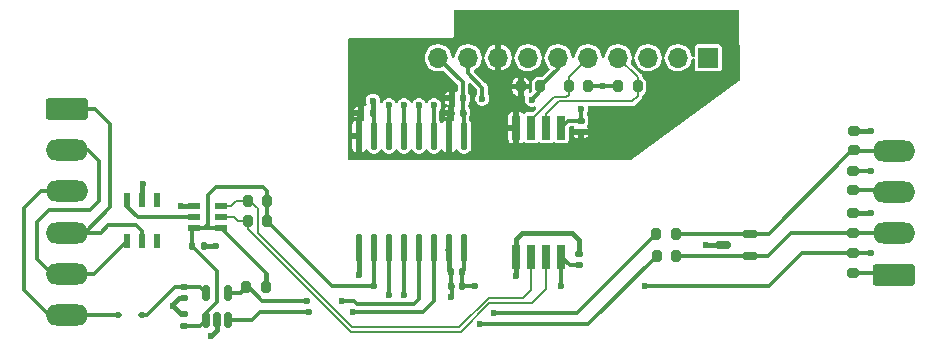
<source format=gtl>
%TF.GenerationSoftware,KiCad,Pcbnew,9.0.3*%
%TF.CreationDate,2025-12-31T10:25:08+01:00*%
%TF.ProjectId,REG1-App-OneWire,52454731-2d41-4707-902d-4f6e65576972,V01.10*%
%TF.SameCoordinates,Original*%
%TF.FileFunction,Copper,L1,Top*%
%TF.FilePolarity,Positive*%
%FSLAX46Y46*%
G04 Gerber Fmt 4.6, Leading zero omitted, Abs format (unit mm)*
G04 Created by KiCad (PCBNEW 9.0.3) date 2025-12-31 10:25:08*
%MOMM*%
%LPD*%
G01*
G04 APERTURE LIST*
G04 Aperture macros list*
%AMRoundRect*
0 Rectangle with rounded corners*
0 $1 Rounding radius*
0 $2 $3 $4 $5 $6 $7 $8 $9 X,Y pos of 4 corners*
0 Add a 4 corners polygon primitive as box body*
4,1,4,$2,$3,$4,$5,$6,$7,$8,$9,$2,$3,0*
0 Add four circle primitives for the rounded corners*
1,1,$1+$1,$2,$3*
1,1,$1+$1,$4,$5*
1,1,$1+$1,$6,$7*
1,1,$1+$1,$8,$9*
0 Add four rect primitives between the rounded corners*
20,1,$1+$1,$2,$3,$4,$5,0*
20,1,$1+$1,$4,$5,$6,$7,0*
20,1,$1+$1,$6,$7,$8,$9,0*
20,1,$1+$1,$8,$9,$2,$3,0*%
G04 Aperture macros list end*
%TA.AperFunction,SMDPad,CuDef*%
%ADD10RoundRect,0.140000X-0.140000X-0.170000X0.140000X-0.170000X0.140000X0.170000X-0.140000X0.170000X0*%
%TD*%
%TA.AperFunction,SMDPad,CuDef*%
%ADD11R,0.609600X1.200000*%
%TD*%
%TA.AperFunction,SMDPad,CuDef*%
%ADD12RoundRect,0.200000X-0.275000X0.200000X-0.275000X-0.200000X0.275000X-0.200000X0.275000X0.200000X0*%
%TD*%
%TA.AperFunction,SMDPad,CuDef*%
%ADD13RoundRect,0.200000X0.200000X0.275000X-0.200000X0.275000X-0.200000X-0.275000X0.200000X-0.275000X0*%
%TD*%
%TA.AperFunction,SMDPad,CuDef*%
%ADD14RoundRect,0.140000X0.140000X0.170000X-0.140000X0.170000X-0.140000X-0.170000X0.140000X-0.170000X0*%
%TD*%
%TA.AperFunction,ComponentPad*%
%ADD15RoundRect,0.250000X-1.550000X0.650000X-1.550000X-0.650000X1.550000X-0.650000X1.550000X0.650000X0*%
%TD*%
%TA.AperFunction,ComponentPad*%
%ADD16O,3.600000X1.800000*%
%TD*%
%TA.AperFunction,SMDPad,CuDef*%
%ADD17RoundRect,0.200000X-0.200000X-0.275000X0.200000X-0.275000X0.200000X0.275000X-0.200000X0.275000X0*%
%TD*%
%TA.AperFunction,ComponentPad*%
%ADD18RoundRect,0.250000X1.550000X-0.650000X1.550000X0.650000X-1.550000X0.650000X-1.550000X-0.650000X0*%
%TD*%
%TA.AperFunction,SMDPad,CuDef*%
%ADD19RoundRect,0.140000X-0.170000X0.140000X-0.170000X-0.140000X0.170000X-0.140000X0.170000X0.140000X0*%
%TD*%
%TA.AperFunction,SMDPad,CuDef*%
%ADD20RoundRect,0.112500X-0.187500X-0.112500X0.187500X-0.112500X0.187500X0.112500X-0.187500X0.112500X0*%
%TD*%
%TA.AperFunction,SMDPad,CuDef*%
%ADD21RoundRect,0.150000X0.512500X0.150000X-0.512500X0.150000X-0.512500X-0.150000X0.512500X-0.150000X0*%
%TD*%
%TA.AperFunction,SMDPad,CuDef*%
%ADD22R,1.072000X0.532000*%
%TD*%
%TA.AperFunction,SMDPad,CuDef*%
%ADD23RoundRect,0.140000X0.170000X-0.140000X0.170000X0.140000X-0.170000X0.140000X-0.170000X-0.140000X0*%
%TD*%
%TA.AperFunction,SMDPad,CuDef*%
%ADD24RoundRect,0.150000X0.150000X-0.512500X0.150000X0.512500X-0.150000X0.512500X-0.150000X-0.512500X0*%
%TD*%
%TA.AperFunction,SMDPad,CuDef*%
%ADD25O,0.574000X2.400500*%
%TD*%
%TA.AperFunction,SMDPad,CuDef*%
%ADD26R,0.700000X2.000000*%
%TD*%
%TA.AperFunction,ComponentPad*%
%ADD27R,1.700000X1.700000*%
%TD*%
%TA.AperFunction,ComponentPad*%
%ADD28O,1.700000X1.700000*%
%TD*%
%TA.AperFunction,ViaPad*%
%ADD29C,0.600000*%
%TD*%
%TA.AperFunction,Conductor*%
%ADD30C,0.300000*%
%TD*%
%TA.AperFunction,Conductor*%
%ADD31C,0.200000*%
%TD*%
%TA.AperFunction,Conductor*%
%ADD32C,0.400000*%
%TD*%
%TA.AperFunction,Conductor*%
%ADD33C,0.160000*%
%TD*%
G04 APERTURE END LIST*
D10*
%TO.P,C7,1*%
%TO.N,GND_ISO*%
X108950000Y-113600000D03*
%TO.P,C7,2*%
%TO.N,VCC2_ISO*%
X109910000Y-113600000D03*
%TD*%
D11*
%TO.P,D1,1,P$1*%
%TO.N,/OneWire/1WIRE_DATA*%
X81580000Y-109800300D03*
%TO.P,D1,2,P$2*%
%TO.N,/OneWire/1WIRE_GND*%
X82850000Y-109800300D03*
%TO.P,D1,3,NC*%
%TO.N,unconnected-(D1-NC-Pad3)*%
X84120000Y-109800300D03*
%TO.P,D1,4,NC*%
%TO.N,unconnected-(D1-NC-Pad4)*%
X84120000Y-106345900D03*
%TO.P,D1,5,P$3*%
%TO.N,GND_ISO*%
X82850000Y-106345900D03*
%TO.P,D1,6,P$4*%
%TO.N,Net-(D1-P$4)*%
X81580000Y-106345900D03*
%TD*%
D12*
%TO.P,R4,1*%
%TO.N,GND_ISO*%
X143070000Y-100490000D03*
%TO.P,R4,2*%
%TO.N,/OneWire/BI2_ISO*%
X143070000Y-102140000D03*
%TD*%
D13*
%TO.P,R10,1*%
%TO.N,/OneWire/BI1_ISO*%
X128040000Y-111070000D03*
%TO.P,R10,2*%
%TO.N,Net-(U4-VI4)*%
X126390000Y-111070000D03*
%TD*%
D14*
%TO.P,C4,1*%
%TO.N,/OneWire/VCC2*%
X109980000Y-98940000D03*
%TO.P,C4,2*%
%TO.N,/OneWire/GND*%
X109020000Y-98940000D03*
%TD*%
D13*
%TO.P,R5,1*%
%TO.N,VCC2_ISO*%
X93415000Y-108120000D03*
%TO.P,R5,2*%
%TO.N,Net-(U3-SDA)*%
X91765000Y-108120000D03*
%TD*%
D14*
%TO.P,C1,1*%
%TO.N,GND_ISO*%
X88031800Y-110270000D03*
%TO.P,C1,2*%
%TO.N,VCC2_ISO*%
X87071800Y-110270000D03*
%TD*%
%TO.P,C5,1*%
%TO.N,/OneWire/VCC2*%
X110000000Y-97730000D03*
%TO.P,C5,2*%
%TO.N,/OneWire/GND*%
X109040000Y-97730000D03*
%TD*%
%TO.P,C10,1*%
%TO.N,/OneWire/VCC2*%
X102350000Y-98940000D03*
%TO.P,C10,2*%
%TO.N,/OneWire/GND*%
X101390000Y-98940000D03*
%TD*%
D13*
%TO.P,R9,1*%
%TO.N,/OneWire/BI2_ISO*%
X128015000Y-109190000D03*
%TO.P,R9,2*%
%TO.N,Net-(U4-VI3)*%
X126365000Y-109190000D03*
%TD*%
D15*
%TO.P,J10,1,Pin_1*%
%TO.N,/OneWire/1WIRE_GND*%
X76500000Y-98600000D03*
D16*
%TO.P,J10,2,Pin_2*%
%TO.N,/OneWire/1WIRE_DATA*%
X76500000Y-102100000D03*
%TO.P,J10,3,Pin_3*%
%TO.N,/OneWire/1WIRE_VDD*%
X76500000Y-105600000D03*
%TO.P,J10,4,Pin_4*%
%TO.N,/OneWire/1WIRE_GND*%
X76500000Y-109100000D03*
%TO.P,J10,5,Pin_5*%
%TO.N,/OneWire/1WIRE_DATA*%
X76500000Y-112600000D03*
%TO.P,J10,6,Pin_6*%
%TO.N,/OneWire/1WIRE_VDD*%
X76500000Y-116100000D03*
%TD*%
D13*
%TO.P,R6,1*%
%TO.N,VCC2_ISO*%
X93415000Y-106400000D03*
%TO.P,R6,2*%
%TO.N,Net-(U3-SCL)*%
X91765000Y-106400000D03*
%TD*%
D12*
%TO.P,R7,1*%
%TO.N,VCC2_ISO*%
X143060000Y-103850000D03*
%TO.P,R7,2*%
%TO.N,Net-(J2-Pin_3)*%
X143060000Y-105500000D03*
%TD*%
D13*
%TO.P,R1,1*%
%TO.N,/OneWire/1WIRE_ENABLE_5V*%
X116540000Y-96730000D03*
%TO.P,R1,2*%
%TO.N,/OneWire/GND*%
X114890000Y-96730000D03*
%TD*%
D17*
%TO.P,R12,2*%
%TO.N,/OneWire/I2C1_SDA*%
X124795000Y-96730000D03*
%TO.P,R12,1*%
%TO.N,/OneWire/3V3*%
X123145000Y-96730000D03*
%TD*%
D18*
%TO.P,J2,1,Pin_1*%
%TO.N,Net-(J2-Pin_1)*%
X146500000Y-112660000D03*
D16*
%TO.P,J2,2,Pin_2*%
%TO.N,/OneWire/BI1_ISO*%
X146500000Y-109160000D03*
%TO.P,J2,3,Pin_3*%
%TO.N,Net-(J2-Pin_3)*%
X146500000Y-105660000D03*
%TO.P,J2,4,Pin_4*%
%TO.N,/OneWire/BI2_ISO*%
X146500000Y-102160000D03*
%TD*%
D19*
%TO.P,C3,1*%
%TO.N,Net-(D2-A)*%
X86370000Y-113710000D03*
%TO.P,C3,2*%
%TO.N,GND_ISO*%
X86370000Y-114670000D03*
%TD*%
D20*
%TO.P,D2,1,K*%
%TO.N,/OneWire/1WIRE_VDD*%
X80752500Y-116110000D03*
%TO.P,D2,2,A*%
%TO.N,Net-(D2-A)*%
X82852500Y-116110000D03*
%TD*%
D21*
%TO.P,D4,1,K*%
%TO.N,/OneWire/BI1_ISO*%
X134290000Y-111080000D03*
%TO.P,D4,2,K*%
%TO.N,/OneWire/BI2_ISO*%
X134290000Y-109180000D03*
%TO.P,D4,3,A*%
%TO.N,GND_ISO*%
X132015000Y-110130000D03*
%TD*%
D13*
%TO.P,R11,2*%
%TO.N,/OneWire/I2C1_SCL*%
X118950000Y-96730000D03*
%TO.P,R11,1*%
%TO.N,/OneWire/3V3*%
X120600000Y-96730000D03*
%TD*%
D22*
%TO.P,U3,1,SLPZ*%
%TO.N,VCC2_ISO*%
X89550000Y-108750000D03*
%TO.P,U3,2,SDA*%
%TO.N,Net-(U3-SDA)*%
X89550000Y-107800000D03*
%TO.P,U3,3,SCL*%
%TO.N,Net-(U3-SCL)*%
X89550000Y-106850000D03*
%TO.P,U3,4,GND*%
%TO.N,GND_ISO*%
X87251800Y-106850000D03*
%TO.P,U3,5,IO*%
%TO.N,Net-(D1-P$4)*%
X87251800Y-107800000D03*
%TO.P,U3,6,VCC*%
%TO.N,VCC2_ISO*%
X87251800Y-108750000D03*
%TD*%
D23*
%TO.P,C2,1*%
%TO.N,VCC2_ISO*%
X86360000Y-116975000D03*
%TO.P,C2,2*%
%TO.N,GND_ISO*%
X86360000Y-116015000D03*
%TD*%
D24*
%TO.P,U2,1,VIN*%
%TO.N,VCC2_ISO*%
X88230000Y-116465000D03*
%TO.P,U2,2,GND*%
%TO.N,GND_ISO*%
X89180000Y-116465000D03*
%TO.P,U2,3,EN*%
%TO.N,MIC2090_EN*%
X90130000Y-116465000D03*
%TO.P,U2,4,FAULT*%
%TO.N,MIC2090_FAULT*%
X90130000Y-114190000D03*
%TO.P,U2,5,VOUT*%
%TO.N,Net-(D2-A)*%
X88230000Y-114190000D03*
%TD*%
D23*
%TO.P,C9,1*%
%TO.N,VCC2_ISO*%
X119860000Y-111880000D03*
%TO.P,C9,2*%
%TO.N,GND_ISO*%
X119860000Y-110920000D03*
%TD*%
D17*
%TO.P,R3,1*%
%TO.N,MIC2090_FAULT*%
X91665000Y-113740000D03*
%TO.P,R3,2*%
%TO.N,VCC2_ISO*%
X93315000Y-113740000D03*
%TD*%
D12*
%TO.P,R2,1*%
%TO.N,GND_ISO*%
X143060000Y-107470000D03*
%TO.P,R2,2*%
%TO.N,/OneWire/BI1_ISO*%
X143060000Y-109120000D03*
%TD*%
D25*
%TO.P,U4,1,VD*%
%TO.N,/OneWire/VCC2*%
X110089900Y-100929400D03*
%TO.P,U4,2,GNDA*%
%TO.N,/OneWire/GND*%
X108819900Y-100929400D03*
%TO.P,U4,3,VI1*%
%TO.N,/OneWire/1WIRE_ENABLE_5V*%
X107549900Y-100929400D03*
%TO.P,U4,4,VO2*%
%TO.N,/OneWire/1WIRE_FAULT*%
X106279900Y-100929400D03*
%TO.P,U4,5,VO3*%
%TO.N,/OneWire/BI1*%
X105009900Y-100929400D03*
%TO.P,U4,6,VO4*%
%TO.N,/OneWire/BI2*%
X103739900Y-100929400D03*
%TO.P,U4,7,VDDL*%
%TO.N,/OneWire/VCC2*%
X102469900Y-100929400D03*
%TO.P,U4,8,GNDA*%
%TO.N,/OneWire/GND*%
X101199900Y-100929400D03*
%TO.P,U4,9,GNDB*%
%TO.N,GND_ISO*%
X101199900Y-110430100D03*
%TO.P,U4,10,SEL*%
%TO.N,VCC2_ISO*%
X102469900Y-110430100D03*
%TO.P,U4,11,VI4*%
%TO.N,Net-(U4-VI4)*%
X103739900Y-110430100D03*
%TO.P,U4,12,VI3*%
%TO.N,Net-(U4-VI3)*%
X105009900Y-110430100D03*
%TO.P,U4,13,VI2*%
%TO.N,MIC2090_FAULT*%
X106279900Y-110430100D03*
%TO.P,U4,14,VO1*%
%TO.N,MIC2090_EN*%
X107549900Y-110430100D03*
%TO.P,U4,15,GNDB*%
%TO.N,GND_ISO*%
X108819900Y-110430100D03*
%TO.P,U4,16,VISO*%
%TO.N,VCC2_ISO*%
X110089900Y-110430100D03*
%TD*%
D10*
%TO.P,C6,1*%
%TO.N,GND_ISO*%
X108960000Y-112450000D03*
%TO.P,C6,2*%
%TO.N,VCC2_ISO*%
X109920000Y-112450000D03*
%TD*%
D19*
%TO.P,C8,1*%
%TO.N,/OneWire/3V3*%
X119980000Y-99620000D03*
%TO.P,C8,2*%
%TO.N,/OneWire/GND*%
X119980000Y-100580000D03*
%TD*%
D26*
%TO.P,U5,1,VDDA*%
%TO.N,/OneWire/3V3*%
X118310000Y-100229600D03*
%TO.P,U5,2,SDAA*%
%TO.N,/OneWire/I2C1_SDA*%
X117040000Y-100229600D03*
%TO.P,U5,3,SCLA*%
%TO.N,/OneWire/I2C1_SCL*%
X115770000Y-100229600D03*
%TO.P,U5,4,GNDA*%
%TO.N,/OneWire/GND*%
X114500000Y-100229600D03*
%TO.P,U5,5,GNDB*%
%TO.N,GND_ISO*%
X114500000Y-111129800D03*
%TO.P,U5,6,SCLB*%
%TO.N,Net-(U3-SCL)*%
X115770000Y-111129800D03*
%TO.P,U5,7,SDAB*%
%TO.N,Net-(U3-SDA)*%
X117040000Y-111129800D03*
%TO.P,U5,8,VDDB*%
%TO.N,VCC2_ISO*%
X118310000Y-111129800D03*
%TD*%
D12*
%TO.P,R8,1*%
%TO.N,VCC2_ISO*%
X143060000Y-110850000D03*
%TO.P,R8,2*%
%TO.N,Net-(J2-Pin_1)*%
X143060000Y-112500000D03*
%TD*%
D27*
%TO.P,J1,1,GP16*%
%TO.N,unconnected-(J1-GP16-Pad1)*%
X130760000Y-94300000D03*
D28*
%TO.P,J1,2,GP17*%
%TO.N,/OneWire/BI2*%
X128220000Y-94300000D03*
%TO.P,J1,3,GP18*%
%TO.N,/OneWire/BI1*%
X125680000Y-94300000D03*
%TO.P,J1,4,GP26*%
%TO.N,/OneWire/I2C1_SDA*%
X123140000Y-94300000D03*
%TO.P,J1,5,GP27*%
%TO.N,/OneWire/I2C1_SCL*%
X120600000Y-94300000D03*
%TO.P,J1,6,GP28*%
%TO.N,/OneWire/1WIRE_ENABLE_5V*%
X118060000Y-94300000D03*
%TO.P,J1,7,GP29*%
%TO.N,/OneWire/1WIRE_FAULT*%
X115520000Y-94300000D03*
%TO.P,J1,8,GND*%
%TO.N,/OneWire/GND*%
X112980000Y-94300000D03*
%TO.P,J1,9,3V3*%
%TO.N,/OneWire/3V3*%
X110440000Y-94300000D03*
%TO.P,J1,10,VCC2*%
%TO.N,/OneWire/VCC2*%
X107900000Y-94300000D03*
%TD*%
D29*
%TO.N,/OneWire/3V3*%
X111630000Y-97760000D03*
%TO.N,/OneWire/1WIRE_ENABLE_5V*%
X115830000Y-97850000D03*
%TO.N,/OneWire/VCC2*%
X102380000Y-97940000D03*
%TO.N,GND_ISO*%
X85475000Y-115335000D03*
X82870000Y-105000000D03*
X101210000Y-112670000D03*
X144560000Y-100500000D03*
X86150000Y-106850000D03*
X114510000Y-112760000D03*
X89050000Y-110270000D03*
X144560000Y-107460000D03*
X109020000Y-114580000D03*
X88680000Y-117870000D03*
X130590000Y-110120000D03*
%TO.N,VCC2_ISO*%
X110980000Y-113620000D03*
X144560000Y-103850000D03*
X125430000Y-113600000D03*
X102480000Y-113620000D03*
X144560000Y-110850000D03*
X118330000Y-113600000D03*
%TO.N,MIC2090_FAULT*%
X96760000Y-114860000D03*
X99760000Y-114860000D03*
%TO.N,/OneWire/1WIRE_FAULT*%
X106270000Y-98340000D03*
%TO.N,/OneWire/1WIRE_ENABLE_5V*%
X107549900Y-98340000D03*
%TO.N,/OneWire/3V3*%
X121880000Y-96680000D03*
X119990000Y-98660000D03*
%TO.N,MIC2090_EN*%
X96990000Y-115800000D03*
X100660000Y-115800000D03*
%TO.N,/OneWire/BI2*%
X103739900Y-98340000D03*
%TO.N,/OneWire/BI1*%
X105009900Y-98340000D03*
%TO.N,Net-(U4-VI3)*%
X112610000Y-115940000D03*
X105009900Y-114360000D03*
%TO.N,Net-(U4-VI4)*%
X103750000Y-114360000D03*
X111460000Y-116870000D03*
%TD*%
D30*
%TO.N,/OneWire/1WIRE_ENABLE_5V*%
X116540000Y-96730000D02*
X116540000Y-97140000D01*
X116540000Y-97140000D02*
X115830000Y-97850000D01*
X116540000Y-96730000D02*
X118060000Y-95210000D01*
X118060000Y-95210000D02*
X118060000Y-94300000D01*
%TO.N,/OneWire/3V3*%
X119990000Y-98660000D02*
X119990000Y-99610000D01*
X119990000Y-99610000D02*
X119980000Y-99620000D01*
D31*
%TO.N,/OneWire/I2C1_SCL*%
X120600000Y-94300000D02*
X118950000Y-95950000D01*
X118950000Y-95950000D02*
X118950000Y-96730000D01*
%TO.N,/OneWire/I2C1_SDA*%
X123140000Y-94300000D02*
X124795000Y-95955000D01*
X124795000Y-95955000D02*
X124795000Y-96730000D01*
X124795000Y-96730000D02*
X124795000Y-96135000D01*
X124795000Y-96730000D02*
X124795000Y-97495000D01*
X124795000Y-97495000D02*
X124320000Y-97970000D01*
X124320000Y-97970000D02*
X118170000Y-97970000D01*
X118170000Y-97970000D02*
X117040000Y-99100000D01*
X117040000Y-99100000D02*
X117040000Y-100229600D01*
D30*
%TO.N,/OneWire/3V3*%
X121880000Y-96680000D02*
X123095000Y-96680000D01*
X123095000Y-96680000D02*
X123145000Y-96730000D01*
X121880000Y-96680000D02*
X120650000Y-96680000D01*
X120650000Y-96680000D02*
X120600000Y-96730000D01*
X111630000Y-97760000D02*
X111630000Y-96820000D01*
X111630000Y-96820000D02*
X110440000Y-95630000D01*
X110440000Y-95630000D02*
X110440000Y-94300000D01*
D31*
X122940000Y-96730000D02*
X123145000Y-96730000D01*
D30*
X123135000Y-96740000D02*
X123145000Y-96730000D01*
D32*
%TO.N,/OneWire/VCC2*%
X102390000Y-97950000D02*
X102380000Y-97940000D01*
D30*
X110089900Y-100929400D02*
X110089900Y-99029900D01*
X110089900Y-99029900D02*
X110000000Y-98940000D01*
X102469900Y-99059900D02*
X102350000Y-98940000D01*
X109990000Y-96390000D02*
X109990000Y-96780000D01*
X110000000Y-98940000D02*
X110000000Y-97730000D01*
X109990000Y-97720000D02*
X110000000Y-97730000D01*
X107900000Y-94300000D02*
X109990000Y-96390000D01*
X109990000Y-96780000D02*
X109990000Y-97720000D01*
X110130000Y-98940000D02*
X110130000Y-99030000D01*
X110089900Y-99049900D02*
X109980000Y-98940000D01*
X102469900Y-100929400D02*
X102469900Y-99059900D01*
D32*
X102390000Y-98940000D02*
X102390000Y-97950000D01*
D30*
%TO.N,/OneWire/1WIRE_GND*%
X79320000Y-109100000D02*
X76500000Y-109100000D01*
X80100000Y-106960000D02*
X80100000Y-99870000D01*
X78830000Y-98600000D02*
X76500000Y-98600000D01*
X79940000Y-108480000D02*
X79320000Y-109100000D01*
X82850000Y-109000000D02*
X82330000Y-108480000D01*
X77960000Y-109100000D02*
X80100000Y-106960000D01*
X80100000Y-99870000D02*
X78830000Y-98600000D01*
X76500000Y-109100000D02*
X77960000Y-109100000D01*
X82850000Y-109800300D02*
X82850000Y-109000000D01*
X82850000Y-109800300D02*
X82850000Y-110095500D01*
X82330000Y-108480000D02*
X79940000Y-108480000D01*
%TO.N,/OneWire/1WIRE_VDD*%
X74950000Y-116100000D02*
X72840000Y-113990000D01*
X76500000Y-116100000D02*
X74950000Y-116100000D01*
X78692500Y-116100000D02*
X78702500Y-116110000D01*
X74250000Y-105600000D02*
X76500000Y-105600000D01*
X72840000Y-113990000D02*
X72840000Y-107010000D01*
X78702500Y-116110000D02*
X80752500Y-116110000D01*
X76500000Y-116100000D02*
X78692500Y-116100000D01*
X72840000Y-107010000D02*
X74250000Y-105600000D01*
%TO.N,Net-(D1-P$4)*%
X82460000Y-107800000D02*
X81580000Y-106920000D01*
X87251800Y-107800000D02*
X82460000Y-107800000D01*
X81580000Y-106920000D02*
X81580000Y-106345900D01*
D32*
%TO.N,GND_ISO*%
X101199900Y-112659900D02*
X101210000Y-112670000D01*
X101199900Y-110430100D02*
X101199900Y-112659900D01*
X108819900Y-110430100D02*
X108819900Y-112309900D01*
X114980000Y-109170000D02*
X114500000Y-109650000D01*
X130600000Y-110130000D02*
X132015000Y-110130000D01*
X119260000Y-109170000D02*
X114980000Y-109170000D01*
X86155000Y-116015000D02*
X86360000Y-116015000D01*
X114500000Y-112750000D02*
X114510000Y-112760000D01*
X119810000Y-110870000D02*
X119810000Y-109720000D01*
X119810000Y-109720000D02*
X119260000Y-109170000D01*
X130590000Y-110120000D02*
X130600000Y-110130000D01*
D30*
X108960000Y-113530000D02*
X109030000Y-113600000D01*
D32*
X82850000Y-105020000D02*
X82870000Y-105000000D01*
X114500000Y-111129800D02*
X114500000Y-112750000D01*
X82850000Y-106345900D02*
X82850000Y-105020000D01*
X109020000Y-113610000D02*
X109030000Y-113600000D01*
X119860000Y-110920000D02*
X119810000Y-110870000D01*
X143060000Y-107470000D02*
X144550000Y-107470000D01*
X144560000Y-100500000D02*
X143080000Y-100500000D01*
D30*
X109040000Y-113590000D02*
X109030000Y-113600000D01*
D32*
X85475000Y-115125000D02*
X85930000Y-114670000D01*
X89180000Y-117370000D02*
X88680000Y-117870000D01*
X108819900Y-112309900D02*
X108960000Y-112450000D01*
X86150000Y-106850000D02*
X87251800Y-106850000D01*
X88031800Y-110270000D02*
X89050000Y-110270000D01*
X85475000Y-115335000D02*
X85475000Y-115125000D01*
X85930000Y-114670000D02*
X86370000Y-114670000D01*
X85475000Y-115335000D02*
X86155000Y-116015000D01*
D30*
X144550000Y-107470000D02*
X144560000Y-107460000D01*
X109030000Y-114570000D02*
X109020000Y-114580000D01*
D32*
X114500000Y-109650000D02*
X114500000Y-111129800D01*
X89180000Y-116465000D02*
X89180000Y-117370000D01*
D30*
X108680000Y-110570000D02*
X108820000Y-110430000D01*
X108960000Y-112450000D02*
X108960000Y-113530000D01*
X109030000Y-113600000D02*
X109030000Y-114570000D01*
%TO.N,VCC2_ISO*%
X110980000Y-113620000D02*
X110010000Y-113620000D01*
X109920000Y-112450000D02*
X109920000Y-113590000D01*
X138690000Y-110850000D02*
X143060000Y-110850000D01*
X87251800Y-108750000D02*
X88087800Y-108750000D01*
X102480000Y-113620000D02*
X98915000Y-113620000D01*
X110089900Y-110430100D02*
X110089900Y-112280100D01*
X110089900Y-112280100D02*
X109920000Y-112450000D01*
X89050000Y-105220000D02*
X93070000Y-105220000D01*
X89180000Y-114950000D02*
X89180000Y-112378200D01*
D32*
X102480000Y-110440200D02*
X102469900Y-110430100D01*
D30*
X87720000Y-116975000D02*
X88230000Y-116465000D01*
X118330000Y-111149800D02*
X118330000Y-113600000D01*
X93415000Y-106400000D02*
X93415000Y-108120000D01*
X109920000Y-113590000D02*
X109910000Y-113600000D01*
X87071800Y-110270000D02*
X87071800Y-108930000D01*
X119860000Y-111880000D02*
X119060200Y-111880000D01*
X88390000Y-105880000D02*
X89050000Y-105220000D01*
X93070000Y-105220000D02*
X93415000Y-105565000D01*
X89590000Y-108790000D02*
X93435000Y-112635000D01*
X125430000Y-113600000D02*
X135940000Y-113600000D01*
X88390000Y-108447800D02*
X88390000Y-106010000D01*
X88230000Y-116465000D02*
X88230000Y-115900000D01*
X93415000Y-108120000D02*
X93460000Y-108120000D01*
X118310000Y-111129800D02*
X118330000Y-111149800D01*
X102480000Y-113560000D02*
X102480000Y-112690000D01*
X93315000Y-112515000D02*
X93315000Y-113740000D01*
X93435000Y-112635000D02*
X93435000Y-113620000D01*
X93435000Y-113620000D02*
X93315000Y-113740000D01*
X144560000Y-110850000D02*
X143060000Y-110850000D01*
X93415000Y-105565000D02*
X93415000Y-106400000D01*
X119790000Y-111900000D02*
X119810000Y-111880000D01*
X143060000Y-103850000D02*
X144560000Y-103850000D01*
X87720000Y-116975000D02*
X86360000Y-116975000D01*
X88230000Y-115900000D02*
X89180000Y-114950000D01*
X110010000Y-113620000D02*
X109990000Y-113600000D01*
X89180000Y-112378200D02*
X87071800Y-110270000D01*
X102480000Y-112690000D02*
X102480000Y-110440200D01*
X86355000Y-116970000D02*
X86360000Y-116975000D01*
X88087800Y-108750000D02*
X88390000Y-108447800D01*
X110000000Y-113590000D02*
X109990000Y-113600000D01*
X89550000Y-108750000D02*
X87251800Y-108750000D01*
X119060200Y-111880000D02*
X118310000Y-111129800D01*
X135940000Y-113600000D02*
X138690000Y-110850000D01*
X98915000Y-113620000D02*
X93415000Y-108120000D01*
%TO.N,MIC2090_FAULT*%
X100739085Y-114870000D02*
X100997085Y-115128000D01*
X91215000Y-114190000D02*
X91665000Y-113740000D01*
X106279900Y-114736906D02*
X106279900Y-110430100D01*
X90130000Y-114190000D02*
X91215000Y-114190000D01*
X96760000Y-114860000D02*
X93000000Y-114860000D01*
X105888806Y-115128000D02*
X106279900Y-114736906D01*
X93000000Y-114860000D02*
X91880000Y-113740000D01*
X99760000Y-114870000D02*
X100739085Y-114870000D01*
D31*
X90210000Y-114110000D02*
X90130000Y-114190000D01*
D30*
X100997085Y-115128000D02*
X105888806Y-115128000D01*
%TO.N,Net-(D2-A)*%
X82852500Y-116110000D02*
X83240000Y-116110000D01*
X87750000Y-113710000D02*
X88230000Y-114190000D01*
X86370000Y-113710000D02*
X85640000Y-113710000D01*
X86370000Y-113710000D02*
X87750000Y-113710000D01*
X83240000Y-116110000D02*
X85640000Y-113710000D01*
%TO.N,/OneWire/1WIRE_DATA*%
X76500000Y-112600000D02*
X78780300Y-112600000D01*
X78260000Y-102100000D02*
X79180000Y-103020000D01*
X78780300Y-112600000D02*
X81580000Y-109800300D01*
X74990000Y-107190000D02*
X73940000Y-108240000D01*
X75180000Y-112600000D02*
X76500000Y-112600000D01*
X73940000Y-108240000D02*
X73940000Y-111360000D01*
X73940000Y-111360000D02*
X75180000Y-112600000D01*
X79180000Y-103020000D02*
X79180000Y-106420000D01*
X79180000Y-106420000D02*
X78410000Y-107190000D01*
X78410000Y-107190000D02*
X74990000Y-107190000D01*
X76500000Y-102100000D02*
X78260000Y-102100000D01*
%TO.N,/OneWire/1WIRE_FAULT*%
X106279900Y-100929400D02*
X106279900Y-98349900D01*
D32*
X106279900Y-98349900D02*
X106270000Y-98340000D01*
D30*
%TO.N,/OneWire/1WIRE_ENABLE_5V*%
X107549900Y-98340000D02*
X107549900Y-100929400D01*
D32*
%TO.N,/OneWire/GND*%
X119980000Y-101570000D02*
X119090000Y-102460000D01*
X119980000Y-100580000D02*
X119980000Y-101570000D01*
D30*
X109040000Y-98940000D02*
X109040000Y-97730000D01*
D33*
X109030000Y-99130000D02*
X109220000Y-98940000D01*
D32*
X115090000Y-102460000D02*
X114500000Y-101870000D01*
X114500000Y-101870000D02*
X114500000Y-100229600D01*
X119090000Y-102460000D02*
X115090000Y-102460000D01*
X101199900Y-100929400D02*
X101199900Y-99130100D01*
D30*
X108950000Y-99030000D02*
X109040000Y-98940000D01*
D32*
X108819900Y-100929400D02*
X108819900Y-99140100D01*
D30*
X109170000Y-98940000D02*
X109170000Y-99030000D01*
D32*
X101199900Y-99130100D02*
X101390000Y-98940000D01*
X108819900Y-99160100D02*
X109040000Y-98940000D01*
D30*
%TO.N,/OneWire/3V3*%
X119980000Y-99620000D02*
X118919600Y-99620000D01*
%TO.N,/OneWire/I2C1_SDA*%
X124620000Y-96730000D02*
X124620000Y-96940000D01*
%TO.N,/OneWire/3V3*%
X118919600Y-99620000D02*
X118310000Y-100229600D01*
%TO.N,MIC2090_EN*%
X107549900Y-114870100D02*
X107549900Y-110430100D01*
X92840000Y-115800000D02*
X92175000Y-116465000D01*
X96990000Y-115800000D02*
X92840000Y-115800000D01*
X106610000Y-115810000D02*
X107549900Y-114870100D01*
X100660000Y-115810000D02*
X106610000Y-115810000D01*
X92175000Y-116465000D02*
X90130000Y-116465000D01*
%TO.N,/OneWire/BI2*%
X103739900Y-98340000D02*
X103739900Y-100929400D01*
%TO.N,/OneWire/BI1*%
X105009900Y-98340000D02*
X105009900Y-100929400D01*
D33*
%TO.N,Net-(U3-SDA)*%
X89600000Y-107750000D02*
X89550000Y-107800000D01*
D31*
X100480000Y-117480000D02*
X109840000Y-117480000D01*
X112220000Y-115100000D02*
X115810000Y-115100000D01*
X90930000Y-108120000D02*
X90610000Y-107800000D01*
X91765000Y-108120000D02*
X91765000Y-108764999D01*
X109840000Y-117480000D02*
X112220000Y-115100000D01*
X117040000Y-113870000D02*
X117040000Y-111129800D01*
X115810000Y-115100000D02*
X117040000Y-113870000D01*
X90610000Y-107800000D02*
X89550000Y-107800000D01*
X91765000Y-108120000D02*
X90930000Y-108120000D01*
X91765000Y-108764999D02*
X100480000Y-117480000D01*
%TO.N,Net-(U3-SCL)*%
X92660000Y-107360000D02*
X92660000Y-107090000D01*
X115060000Y-114650000D02*
X112159468Y-114650000D01*
X92660000Y-107090000D02*
X92531000Y-106961000D01*
X100629532Y-117119000D02*
X92665266Y-109154734D01*
X92665266Y-109154734D02*
X92665266Y-107365266D01*
X89550000Y-106850000D02*
X90350000Y-106850000D01*
X92531000Y-106961000D02*
X92491000Y-106961000D01*
X90350000Y-106850000D02*
X90800000Y-106400000D01*
X112159468Y-114650000D02*
X109690468Y-117119000D01*
X109690468Y-117119000D02*
X100629532Y-117119000D01*
X92665266Y-107365266D02*
X92660000Y-107360000D01*
X115770000Y-111129800D02*
X115770000Y-113940000D01*
X90800000Y-106400000D02*
X91765000Y-106400000D01*
X115770000Y-113940000D02*
X115060000Y-114650000D01*
X92491000Y-106961000D02*
X91930000Y-106400000D01*
D30*
%TO.N,/OneWire/BI1_ISO*%
X143060000Y-109120000D02*
X137780000Y-109120000D01*
X135820000Y-111080000D02*
X134290000Y-111080000D01*
X128040000Y-111070000D02*
X134280000Y-111070000D01*
X137780000Y-109120000D02*
X135820000Y-111080000D01*
X143060000Y-109120000D02*
X146460000Y-109120000D01*
%TO.N,/OneWire/BI2_ISO*%
X135880000Y-109180000D02*
X134290000Y-109180000D01*
X128015000Y-109190000D02*
X134280000Y-109190000D01*
X146500000Y-102160000D02*
X143230000Y-102160000D01*
X142920000Y-102140000D02*
X135880000Y-109180000D01*
X134280000Y-109190000D02*
X134290000Y-109180000D01*
%TO.N,Net-(U4-VI3)*%
X112610000Y-115940000D02*
X119615000Y-115940000D01*
X105009900Y-110430100D02*
X105009900Y-114360000D01*
X119615000Y-115940000D02*
X126365000Y-109190000D01*
%TO.N,Net-(U4-VI4)*%
X103750000Y-110440000D02*
X103740000Y-110430000D01*
D32*
X103750000Y-110440200D02*
X103739900Y-110430100D01*
X103739900Y-114349900D02*
X103750000Y-114360000D01*
D30*
X103739900Y-110430100D02*
X103739900Y-114349900D01*
X120590000Y-116870000D02*
X126390000Y-111070000D01*
X111460000Y-116870000D02*
X120590000Y-116870000D01*
%TO.N,Net-(J2-Pin_3)*%
X143060000Y-105500000D02*
X146340000Y-105500000D01*
%TO.N,Net-(J2-Pin_1)*%
X143060000Y-112500000D02*
X146340000Y-112500000D01*
D31*
%TO.N,/OneWire/I2C1_SCL*%
X118950000Y-97419000D02*
X118760000Y-97609000D01*
X118760000Y-97609000D02*
X117740600Y-97609000D01*
X118950000Y-96730000D02*
X118950000Y-97419000D01*
X117740600Y-97609000D02*
X115770000Y-99579600D01*
X115770000Y-99579600D02*
X115770000Y-100229600D01*
%TD*%
%TA.AperFunction,Conductor*%
%TO.N,/OneWire/GND*%
G36*
X133276123Y-90257402D02*
G01*
X133343134Y-90277181D01*
X133388814Y-90330049D01*
X133399946Y-90380761D01*
X133429671Y-96126552D01*
X133410334Y-96193692D01*
X133378734Y-96227383D01*
X124192602Y-102926112D01*
X124126837Y-102949707D01*
X124119650Y-102949922D01*
X100388835Y-102970786D01*
X100321778Y-102951160D01*
X100275977Y-102898397D01*
X100264726Y-102846965D01*
X100264125Y-102430150D01*
X100263390Y-101919927D01*
X100612900Y-101919927D01*
X100652904Y-102069224D01*
X100652904Y-102069225D01*
X100730184Y-102203077D01*
X100839472Y-102312365D01*
X100839477Y-102312369D01*
X100949899Y-102376121D01*
X100949900Y-102376121D01*
X100949900Y-101179400D01*
X100612900Y-101179400D01*
X100612900Y-101919927D01*
X100263390Y-101919927D01*
X100260534Y-99938872D01*
X100612900Y-99938872D01*
X100612900Y-100679400D01*
X100949900Y-100679400D01*
X100949900Y-99680000D01*
X101449900Y-99680000D01*
X101449900Y-102376121D01*
X101560322Y-102312369D01*
X101560327Y-102312365D01*
X101669614Y-102203078D01*
X101727222Y-102103298D01*
X101777789Y-102055082D01*
X101846396Y-102041858D01*
X101911261Y-102067826D01*
X101941997Y-102103296D01*
X101999783Y-102203384D01*
X102109166Y-102312767D01*
X102243133Y-102390113D01*
X102392554Y-102430150D01*
X102392556Y-102430150D01*
X102547244Y-102430150D01*
X102547246Y-102430150D01*
X102696667Y-102390113D01*
X102830634Y-102312767D01*
X102940017Y-102203384D01*
X102997513Y-102103797D01*
X103048080Y-102055582D01*
X103116687Y-102042359D01*
X103181552Y-102068327D01*
X103212286Y-102103797D01*
X103269783Y-102203384D01*
X103379166Y-102312767D01*
X103513133Y-102390113D01*
X103662554Y-102430150D01*
X103662556Y-102430150D01*
X103817244Y-102430150D01*
X103817246Y-102430150D01*
X103966667Y-102390113D01*
X104100634Y-102312767D01*
X104210017Y-102203384D01*
X104267513Y-102103797D01*
X104318080Y-102055582D01*
X104386687Y-102042359D01*
X104451552Y-102068327D01*
X104482286Y-102103797D01*
X104539783Y-102203384D01*
X104649166Y-102312767D01*
X104783133Y-102390113D01*
X104932554Y-102430150D01*
X104932556Y-102430150D01*
X105087244Y-102430150D01*
X105087246Y-102430150D01*
X105236667Y-102390113D01*
X105370634Y-102312767D01*
X105480017Y-102203384D01*
X105537513Y-102103797D01*
X105588080Y-102055582D01*
X105656687Y-102042359D01*
X105721552Y-102068327D01*
X105752286Y-102103797D01*
X105809783Y-102203384D01*
X105919166Y-102312767D01*
X106053133Y-102390113D01*
X106202554Y-102430150D01*
X106202556Y-102430150D01*
X106357244Y-102430150D01*
X106357246Y-102430150D01*
X106506667Y-102390113D01*
X106640634Y-102312767D01*
X106750017Y-102203384D01*
X106807513Y-102103797D01*
X106858080Y-102055582D01*
X106926687Y-102042359D01*
X106991552Y-102068327D01*
X107022286Y-102103797D01*
X107079783Y-102203384D01*
X107189166Y-102312767D01*
X107323133Y-102390113D01*
X107472554Y-102430150D01*
X107472556Y-102430150D01*
X107627244Y-102430150D01*
X107627246Y-102430150D01*
X107776667Y-102390113D01*
X107910634Y-102312767D01*
X108020017Y-102203384D01*
X108077802Y-102103296D01*
X108128369Y-102055081D01*
X108196976Y-102041858D01*
X108261841Y-102067826D01*
X108292576Y-102103297D01*
X108350184Y-102203077D01*
X108459472Y-102312365D01*
X108459477Y-102312369D01*
X108569899Y-102376121D01*
X108569900Y-102376121D01*
X108569900Y-99423150D01*
X108589585Y-99356111D01*
X108642389Y-99310356D01*
X108693900Y-99299150D01*
X108770000Y-99299150D01*
X108770000Y-99190000D01*
X108442532Y-99190000D01*
X108442787Y-99192729D01*
X108486595Y-99317921D01*
X108486595Y-99317922D01*
X108514354Y-99355534D01*
X108538325Y-99421163D01*
X108523009Y-99489333D01*
X108476586Y-99536553D01*
X108459477Y-99546431D01*
X108459471Y-99546435D01*
X108350185Y-99655721D01*
X108292576Y-99755503D01*
X108288181Y-99759693D01*
X108286196Y-99765429D01*
X108263194Y-99783517D01*
X108242009Y-99803718D01*
X108236047Y-99804866D01*
X108231275Y-99808620D01*
X108202136Y-99811402D01*
X108173401Y-99816940D01*
X108167765Y-99814683D01*
X108161722Y-99815261D01*
X108135706Y-99801849D01*
X108108537Y-99790972D01*
X108103635Y-99785315D01*
X108099619Y-99783245D01*
X108077802Y-99755502D01*
X108017013Y-99650212D01*
X108000400Y-99588212D01*
X108000400Y-98789930D01*
X108020085Y-98722891D01*
X108026028Y-98714438D01*
X108030414Y-98708721D01*
X108030420Y-98708716D01*
X108041226Y-98690000D01*
X108041227Y-98689999D01*
X108442530Y-98689999D01*
X108442531Y-98690000D01*
X108770000Y-98690000D01*
X108770000Y-98271362D01*
X108789685Y-98204323D01*
X108790000Y-98203932D01*
X108790000Y-97980000D01*
X108462532Y-97980000D01*
X108462787Y-97982729D01*
X108506594Y-98107919D01*
X108585359Y-98214642D01*
X108603254Y-98227849D01*
X108645505Y-98283496D01*
X108650964Y-98353152D01*
X108617897Y-98414702D01*
X108603256Y-98427388D01*
X108565359Y-98455357D01*
X108486594Y-98562080D01*
X108442787Y-98687272D01*
X108442786Y-98687274D01*
X108442530Y-98689999D01*
X108041227Y-98689999D01*
X108052219Y-98670960D01*
X108082463Y-98618574D01*
X108109477Y-98571784D01*
X108150400Y-98419057D01*
X108150400Y-98260943D01*
X108109477Y-98108216D01*
X108103213Y-98097366D01*
X108030424Y-97971290D01*
X108030418Y-97971282D01*
X107918617Y-97859481D01*
X107918609Y-97859475D01*
X107781690Y-97780426D01*
X107781686Y-97780424D01*
X107781684Y-97780423D01*
X107628957Y-97739500D01*
X107470843Y-97739500D01*
X107318116Y-97780423D01*
X107318109Y-97780426D01*
X107181190Y-97859475D01*
X107181182Y-97859481D01*
X107069381Y-97971282D01*
X107069377Y-97971287D01*
X107017337Y-98061425D01*
X106966770Y-98109640D01*
X106898163Y-98122864D01*
X106833299Y-98096896D01*
X106802563Y-98061425D01*
X106750522Y-97971287D01*
X106750518Y-97971282D01*
X106638717Y-97859481D01*
X106638709Y-97859475D01*
X106501790Y-97780426D01*
X106501786Y-97780424D01*
X106501784Y-97780423D01*
X106349057Y-97739500D01*
X106190943Y-97739500D01*
X106038216Y-97780423D01*
X106038209Y-97780426D01*
X105901290Y-97859475D01*
X105901282Y-97859481D01*
X105789481Y-97971282D01*
X105789477Y-97971287D01*
X105747337Y-98044278D01*
X105696771Y-98092493D01*
X105628164Y-98105717D01*
X105563299Y-98079749D01*
X105532563Y-98044278D01*
X105490422Y-97971287D01*
X105490418Y-97971282D01*
X105378617Y-97859481D01*
X105378609Y-97859475D01*
X105241690Y-97780426D01*
X105241686Y-97780424D01*
X105241684Y-97780423D01*
X105088957Y-97739500D01*
X104930843Y-97739500D01*
X104778116Y-97780423D01*
X104778109Y-97780426D01*
X104641190Y-97859475D01*
X104641182Y-97859481D01*
X104529381Y-97971282D01*
X104529377Y-97971287D01*
X104482287Y-98052851D01*
X104431720Y-98101067D01*
X104363113Y-98114290D01*
X104298248Y-98088322D01*
X104267513Y-98052851D01*
X104220422Y-97971287D01*
X104220418Y-97971282D01*
X104108617Y-97859481D01*
X104108609Y-97859475D01*
X103971690Y-97780426D01*
X103971686Y-97780424D01*
X103971684Y-97780423D01*
X103818957Y-97739500D01*
X103660843Y-97739500D01*
X103508116Y-97780423D01*
X103508109Y-97780426D01*
X103371190Y-97859475D01*
X103371182Y-97859481D01*
X103259381Y-97971282D01*
X103259377Y-97971287D01*
X103211887Y-98053544D01*
X103161320Y-98101759D01*
X103092713Y-98114983D01*
X103027848Y-98089015D01*
X102987320Y-98032101D01*
X102980500Y-97991544D01*
X102980500Y-97860945D01*
X102980500Y-97860943D01*
X102939577Y-97708216D01*
X102884614Y-97613016D01*
X102868417Y-97584961D01*
X102868415Y-97584959D01*
X102860523Y-97571290D01*
X102860520Y-97571284D01*
X102769235Y-97479999D01*
X108462530Y-97479999D01*
X108462531Y-97480000D01*
X108790000Y-97480000D01*
X108790000Y-97132330D01*
X108789999Y-97132330D01*
X108692079Y-97166594D01*
X108585358Y-97245358D01*
X108506594Y-97352080D01*
X108462787Y-97477272D01*
X108462786Y-97477274D01*
X108462530Y-97479999D01*
X102769235Y-97479999D01*
X102748716Y-97459480D01*
X102748714Y-97459479D01*
X102748709Y-97459475D01*
X102611790Y-97380426D01*
X102611786Y-97380424D01*
X102611784Y-97380423D01*
X102459057Y-97339500D01*
X102300943Y-97339500D01*
X102148216Y-97380423D01*
X102148209Y-97380426D01*
X102011290Y-97459475D01*
X102011282Y-97459481D01*
X101899481Y-97571282D01*
X101899475Y-97571290D01*
X101820426Y-97708209D01*
X101820423Y-97708216D01*
X101779500Y-97860943D01*
X101779500Y-98019057D01*
X101818610Y-98165015D01*
X101820423Y-98171783D01*
X101820425Y-98171788D01*
X101822401Y-98175211D01*
X101823189Y-98178462D01*
X101823534Y-98179294D01*
X101823404Y-98179347D01*
X101838870Y-98243112D01*
X101816015Y-98309138D01*
X101761092Y-98352326D01*
X101691538Y-98358964D01*
X101674056Y-98354247D01*
X101640000Y-98342330D01*
X101640000Y-99556000D01*
X101620315Y-99623039D01*
X101567511Y-99668794D01*
X101516000Y-99680000D01*
X101449900Y-99680000D01*
X100949900Y-99680000D01*
X100949900Y-99423150D01*
X100969585Y-99356111D01*
X101022389Y-99310356D01*
X101073900Y-99299150D01*
X101140000Y-99299150D01*
X101140000Y-99190000D01*
X100812532Y-99190000D01*
X100812787Y-99192729D01*
X100856594Y-99317919D01*
X100887342Y-99359581D01*
X100911313Y-99425210D01*
X100895998Y-99493380D01*
X100849576Y-99540600D01*
X100839477Y-99546430D01*
X100839471Y-99546435D01*
X100730184Y-99655722D01*
X100652904Y-99789574D01*
X100652904Y-99789575D01*
X100612900Y-99938872D01*
X100260534Y-99938872D01*
X100258734Y-98689999D01*
X100812530Y-98689999D01*
X100812531Y-98690000D01*
X101140000Y-98690000D01*
X101140000Y-98342330D01*
X101139999Y-98342330D01*
X101042079Y-98376594D01*
X100935358Y-98455358D01*
X100856594Y-98562080D01*
X100812787Y-98687272D01*
X100812786Y-98687274D01*
X100812530Y-98689999D01*
X100258734Y-98689999D01*
X100252276Y-94209448D01*
X106749500Y-94209448D01*
X106749500Y-94390551D01*
X106777829Y-94569410D01*
X106833787Y-94741636D01*
X106833788Y-94741639D01*
X106916006Y-94902997D01*
X107022441Y-95049494D01*
X107022445Y-95049499D01*
X107150500Y-95177554D01*
X107150505Y-95177558D01*
X107234391Y-95238504D01*
X107297006Y-95283996D01*
X107373094Y-95322765D01*
X107458360Y-95366211D01*
X107458363Y-95366212D01*
X107512760Y-95383886D01*
X107630591Y-95422171D01*
X107713429Y-95435291D01*
X107809449Y-95450500D01*
X107809454Y-95450500D01*
X107990551Y-95450500D01*
X108077259Y-95436765D01*
X108169409Y-95422171D01*
X108259913Y-95392765D01*
X108329754Y-95390770D01*
X108385912Y-95423015D01*
X109503181Y-96540284D01*
X109536666Y-96601607D01*
X109539500Y-96627965D01*
X109539500Y-97044872D01*
X109519815Y-97111911D01*
X109467011Y-97157666D01*
X109397853Y-97167610D01*
X109374546Y-97161914D01*
X109290000Y-97132330D01*
X109290000Y-98398638D01*
X109270315Y-98465677D01*
X109270000Y-98466067D01*
X109270000Y-99556000D01*
X109250315Y-99623039D01*
X109197511Y-99668794D01*
X109146000Y-99680000D01*
X109069900Y-99680000D01*
X109069900Y-102376121D01*
X109180322Y-102312369D01*
X109180327Y-102312365D01*
X109289614Y-102203078D01*
X109347222Y-102103298D01*
X109397789Y-102055082D01*
X109466396Y-102041858D01*
X109531261Y-102067826D01*
X109561997Y-102103296D01*
X109619783Y-102203384D01*
X109729166Y-102312767D01*
X109863133Y-102390113D01*
X110012554Y-102430150D01*
X110012556Y-102430150D01*
X110167244Y-102430150D01*
X110167246Y-102430150D01*
X110316667Y-102390113D01*
X110450634Y-102312767D01*
X110560017Y-102203384D01*
X110637363Y-102069417D01*
X110677400Y-101919996D01*
X110677400Y-101274385D01*
X113850001Y-101274385D01*
X113850002Y-101274408D01*
X113852908Y-101299469D01*
X113852909Y-101299473D01*
X113898211Y-101402074D01*
X113898214Y-101402079D01*
X113977520Y-101481385D01*
X113977525Y-101481388D01*
X114080123Y-101526689D01*
X114105206Y-101529599D01*
X114249999Y-101529599D01*
X114250000Y-101529598D01*
X114250000Y-100479600D01*
X113850001Y-100479600D01*
X113850001Y-101274385D01*
X110677400Y-101274385D01*
X110677400Y-99938804D01*
X110637363Y-99789383D01*
X110560194Y-99655722D01*
X110557013Y-99650212D01*
X110540400Y-99588212D01*
X110540400Y-99263355D01*
X110543820Y-99234434D01*
X110545284Y-99228328D01*
X110557710Y-99192819D01*
X110558461Y-99184805D01*
X113850000Y-99184805D01*
X113850000Y-99979600D01*
X114250000Y-99979600D01*
X114250000Y-98929600D01*
X114105214Y-98929600D01*
X114105191Y-98929602D01*
X114080130Y-98932508D01*
X114080126Y-98932509D01*
X113977525Y-98977811D01*
X113977520Y-98977814D01*
X113898214Y-99057120D01*
X113898211Y-99057125D01*
X113852910Y-99159722D01*
X113852910Y-99159724D01*
X113850000Y-99184805D01*
X110558461Y-99184805D01*
X110560218Y-99166066D01*
X110562274Y-99157495D01*
X110562617Y-99156896D01*
X110563080Y-99154321D01*
X110564467Y-99149142D01*
X110564470Y-99149131D01*
X110569300Y-99131106D01*
X110580500Y-99089309D01*
X110580500Y-98880691D01*
X110572999Y-98852700D01*
X110564725Y-98821816D01*
X110560500Y-98789724D01*
X110560500Y-98716929D01*
X110557974Y-98689999D01*
X110557710Y-98687181D01*
X110557708Y-98687177D01*
X110557708Y-98687173D01*
X110519832Y-98578933D01*
X110513852Y-98561843D01*
X110474729Y-98508833D01*
X110467272Y-98488418D01*
X110455523Y-98470135D01*
X110452229Y-98447231D01*
X110450759Y-98443204D01*
X110450500Y-98435200D01*
X110450500Y-98261898D01*
X110470185Y-98194859D01*
X110474730Y-98188264D01*
X110475765Y-98186862D01*
X110533852Y-98108157D01*
X110574573Y-97991784D01*
X110577708Y-97982826D01*
X110577708Y-97982823D01*
X110577710Y-97982819D01*
X110580500Y-97953066D01*
X110580500Y-97506934D01*
X110580365Y-97505499D01*
X110578803Y-97488834D01*
X110577710Y-97477181D01*
X110577708Y-97477177D01*
X110577708Y-97477173D01*
X110540081Y-97369645D01*
X110533852Y-97351843D01*
X110464730Y-97258186D01*
X110440759Y-97192557D01*
X110440500Y-97184552D01*
X110440500Y-96566965D01*
X110460185Y-96499926D01*
X110512989Y-96454171D01*
X110582147Y-96444227D01*
X110645703Y-96473252D01*
X110652181Y-96479284D01*
X111143181Y-96970284D01*
X111176666Y-97031607D01*
X111179500Y-97057965D01*
X111179500Y-97310069D01*
X111159815Y-97377108D01*
X111153875Y-97385557D01*
X111149475Y-97391290D01*
X111070426Y-97528209D01*
X111070423Y-97528216D01*
X111029500Y-97680943D01*
X111029500Y-97839057D01*
X111067266Y-97980000D01*
X111070423Y-97991783D01*
X111070426Y-97991790D01*
X111149475Y-98128709D01*
X111149479Y-98128714D01*
X111149480Y-98128716D01*
X111261284Y-98240520D01*
X111261286Y-98240521D01*
X111261290Y-98240524D01*
X111380135Y-98309138D01*
X111398216Y-98319577D01*
X111550943Y-98360500D01*
X111550945Y-98360500D01*
X111709055Y-98360500D01*
X111709057Y-98360500D01*
X111861784Y-98319577D01*
X111998716Y-98240520D01*
X112110520Y-98128716D01*
X112189577Y-97991784D01*
X112230500Y-97839057D01*
X112230500Y-97680943D01*
X112189577Y-97528216D01*
X112179003Y-97509901D01*
X112110524Y-97391290D01*
X112110521Y-97391287D01*
X112110520Y-97391284D01*
X112110517Y-97391281D01*
X112106125Y-97385557D01*
X112080930Y-97320388D01*
X112080500Y-97310069D01*
X112080500Y-97052844D01*
X114190000Y-97052844D01*
X114196401Y-97112372D01*
X114196403Y-97112379D01*
X114246645Y-97247086D01*
X114246649Y-97247093D01*
X114332809Y-97362187D01*
X114332812Y-97362190D01*
X114447906Y-97448350D01*
X114447913Y-97448354D01*
X114582624Y-97498598D01*
X114640000Y-97504765D01*
X114640000Y-96980000D01*
X114190000Y-96980000D01*
X114190000Y-97052844D01*
X112080500Y-97052844D01*
X112080500Y-96760693D01*
X112080500Y-96760691D01*
X112049799Y-96646114D01*
X112049799Y-96646113D01*
X111990489Y-96543386D01*
X111854258Y-96407155D01*
X114190000Y-96407155D01*
X114190000Y-96480000D01*
X114640000Y-96480000D01*
X115140000Y-96480000D01*
X115590000Y-96480000D01*
X115590000Y-96407172D01*
X115589999Y-96407155D01*
X115583598Y-96347627D01*
X115583596Y-96347620D01*
X115533354Y-96212913D01*
X115533350Y-96212906D01*
X115447190Y-96097812D01*
X115447187Y-96097809D01*
X115332093Y-96011649D01*
X115332086Y-96011645D01*
X115197380Y-95961403D01*
X115197373Y-95961401D01*
X115140000Y-95955232D01*
X115140000Y-96480000D01*
X114640000Y-96480000D01*
X114640000Y-95955233D01*
X114639999Y-95955232D01*
X114582626Y-95961401D01*
X114582619Y-95961403D01*
X114447913Y-96011645D01*
X114447906Y-96011649D01*
X114332812Y-96097809D01*
X114332809Y-96097812D01*
X114246649Y-96212906D01*
X114246645Y-96212913D01*
X114196403Y-96347620D01*
X114196401Y-96347627D01*
X114190000Y-96407155D01*
X111854258Y-96407155D01*
X110957059Y-95509956D01*
X110923574Y-95448633D01*
X110928558Y-95378941D01*
X110970430Y-95323008D01*
X110988442Y-95311791D01*
X111042994Y-95283996D01*
X111189501Y-95177553D01*
X111317553Y-95049501D01*
X111423996Y-94902994D01*
X111506211Y-94741639D01*
X111562171Y-94569409D01*
X111587780Y-94407720D01*
X111617709Y-94344585D01*
X111677021Y-94307654D01*
X111746883Y-94308652D01*
X111805116Y-94347262D01*
X111832726Y-94407720D01*
X111858317Y-94569293D01*
X111914251Y-94741444D01*
X111914252Y-94741447D01*
X111996434Y-94902734D01*
X112102823Y-95049169D01*
X112230830Y-95177176D01*
X112377265Y-95283565D01*
X112538552Y-95365747D01*
X112538555Y-95365748D01*
X112710699Y-95421680D01*
X112710712Y-95421683D01*
X112730000Y-95424738D01*
X112730000Y-94733012D01*
X112787007Y-94765925D01*
X112914174Y-94800000D01*
X113045826Y-94800000D01*
X113172993Y-94765925D01*
X113230000Y-94733012D01*
X113230000Y-95424737D01*
X113249287Y-95421683D01*
X113249300Y-95421680D01*
X113421444Y-95365748D01*
X113421447Y-95365747D01*
X113582734Y-95283565D01*
X113729169Y-95177176D01*
X113857176Y-95049169D01*
X113963565Y-94902734D01*
X114045747Y-94741447D01*
X114045748Y-94741444D01*
X114101683Y-94569292D01*
X114127273Y-94407721D01*
X114157202Y-94344586D01*
X114216513Y-94307654D01*
X114286376Y-94308652D01*
X114344609Y-94347261D01*
X114372219Y-94407720D01*
X114397828Y-94569410D01*
X114453787Y-94741636D01*
X114453788Y-94741639D01*
X114536006Y-94902997D01*
X114642441Y-95049494D01*
X114642445Y-95049499D01*
X114770500Y-95177554D01*
X114770505Y-95177558D01*
X114854391Y-95238504D01*
X114917006Y-95283996D01*
X114993094Y-95322765D01*
X115078360Y-95366211D01*
X115078363Y-95366212D01*
X115132760Y-95383886D01*
X115250591Y-95422171D01*
X115333429Y-95435291D01*
X115429449Y-95450500D01*
X115429454Y-95450500D01*
X115610551Y-95450500D01*
X115697259Y-95436765D01*
X115789409Y-95422171D01*
X115961639Y-95366211D01*
X116122994Y-95283996D01*
X116269501Y-95177553D01*
X116397553Y-95049501D01*
X116503996Y-94902994D01*
X116586211Y-94741639D01*
X116642171Y-94569409D01*
X116663027Y-94437729D01*
X116667527Y-94409321D01*
X116697456Y-94346186D01*
X116756768Y-94309255D01*
X116826630Y-94310253D01*
X116884863Y-94348863D01*
X116912473Y-94409321D01*
X116937829Y-94569410D01*
X116993787Y-94741636D01*
X116993788Y-94741639D01*
X117076006Y-94902997D01*
X117182441Y-95049494D01*
X117182445Y-95049499D01*
X117295239Y-95162293D01*
X117328724Y-95223616D01*
X117323740Y-95293308D01*
X117295239Y-95337655D01*
X116714714Y-95918181D01*
X116653391Y-95951666D01*
X116627033Y-95954500D01*
X116292130Y-95954500D01*
X116292123Y-95954501D01*
X116232516Y-95960908D01*
X116097671Y-96011202D01*
X116097664Y-96011206D01*
X115982455Y-96097452D01*
X115982452Y-96097455D01*
X115896206Y-96212664D01*
X115896202Y-96212671D01*
X115845910Y-96347513D01*
X115845909Y-96347517D01*
X115839500Y-96407127D01*
X115839500Y-96407134D01*
X115839500Y-96407135D01*
X115839500Y-97052870D01*
X115839501Y-97052876D01*
X115846220Y-97115379D01*
X115840138Y-97149080D01*
X115834466Y-97182814D01*
X115833949Y-97183382D01*
X115833813Y-97184138D01*
X115810485Y-97209192D01*
X115787467Y-97234514D01*
X115786541Y-97234910D01*
X115786202Y-97235275D01*
X115755022Y-97248407D01*
X115738171Y-97252922D01*
X115668321Y-97251259D01*
X115610459Y-97212095D01*
X115582956Y-97147867D01*
X115582790Y-97119890D01*
X115589999Y-97052842D01*
X115590000Y-97052827D01*
X115590000Y-96980000D01*
X115140000Y-96980000D01*
X115140000Y-97504766D01*
X115145716Y-97509901D01*
X115194504Y-97518703D01*
X115245642Y-97566312D01*
X115262922Y-97634012D01*
X115258776Y-97661679D01*
X115229500Y-97770941D01*
X115229500Y-97770943D01*
X115229500Y-97929057D01*
X115262671Y-98052851D01*
X115270423Y-98081783D01*
X115270426Y-98081790D01*
X115349475Y-98218709D01*
X115349479Y-98218714D01*
X115349480Y-98218716D01*
X115461284Y-98330520D01*
X115461286Y-98330521D01*
X115461290Y-98330524D01*
X115579269Y-98398638D01*
X115598216Y-98409577D01*
X115750943Y-98450500D01*
X115750945Y-98450500D01*
X115909054Y-98450500D01*
X115909057Y-98450500D01*
X116040772Y-98415207D01*
X116110617Y-98416870D01*
X116168479Y-98456032D01*
X116195984Y-98520260D01*
X116184398Y-98589163D01*
X116160542Y-98622663D01*
X115890424Y-98892781D01*
X115829101Y-98926266D01*
X115802743Y-98929100D01*
X115375143Y-98929100D01*
X115375117Y-98929102D01*
X115350012Y-98932013D01*
X115350008Y-98932015D01*
X115247236Y-98977393D01*
X115222325Y-99002303D01*
X115161000Y-99035786D01*
X115091309Y-99030799D01*
X115046965Y-99002300D01*
X115022479Y-98977814D01*
X115022474Y-98977811D01*
X114919876Y-98932510D01*
X114894794Y-98929600D01*
X114750000Y-98929600D01*
X114750000Y-101529599D01*
X114894786Y-101529599D01*
X114894808Y-101529597D01*
X114919869Y-101526691D01*
X114919873Y-101526690D01*
X115022474Y-101481388D01*
X115022475Y-101481388D01*
X115046963Y-101456900D01*
X115108286Y-101423414D01*
X115177978Y-101428398D01*
X115222326Y-101456897D01*
X115247235Y-101481806D01*
X115350009Y-101527185D01*
X115375135Y-101530100D01*
X116164864Y-101530099D01*
X116164879Y-101530097D01*
X116164882Y-101530097D01*
X116189987Y-101527186D01*
X116189988Y-101527185D01*
X116189991Y-101527185D01*
X116292765Y-101481806D01*
X116317319Y-101457252D01*
X116378642Y-101423767D01*
X116448334Y-101428751D01*
X116492681Y-101457252D01*
X116517235Y-101481806D01*
X116620009Y-101527185D01*
X116645135Y-101530100D01*
X117434864Y-101530099D01*
X117434879Y-101530097D01*
X117434882Y-101530097D01*
X117459987Y-101527186D01*
X117459988Y-101527185D01*
X117459991Y-101527185D01*
X117562765Y-101481806D01*
X117587319Y-101457252D01*
X117648642Y-101423767D01*
X117718334Y-101428751D01*
X117762681Y-101457252D01*
X117787235Y-101481806D01*
X117890009Y-101527185D01*
X117915135Y-101530100D01*
X118704864Y-101530099D01*
X118704879Y-101530097D01*
X118704882Y-101530097D01*
X118729987Y-101527186D01*
X118729988Y-101527185D01*
X118729991Y-101527185D01*
X118832765Y-101481806D01*
X118912206Y-101402365D01*
X118957585Y-101299591D01*
X118960500Y-101274465D01*
X118960499Y-100830000D01*
X119382332Y-100830000D01*
X119416596Y-100927922D01*
X119495358Y-101034641D01*
X119602080Y-101113405D01*
X119727271Y-101157212D01*
X119727269Y-101157212D01*
X119730000Y-101157467D01*
X120230000Y-101157467D01*
X120232729Y-101157212D01*
X120357919Y-101113405D01*
X120464641Y-101034641D01*
X120543403Y-100927922D01*
X120577668Y-100830000D01*
X120230000Y-100830000D01*
X120230000Y-101157467D01*
X119730000Y-101157467D01*
X119730000Y-100830000D01*
X119382332Y-100830000D01*
X118960499Y-100830000D01*
X118960499Y-100679400D01*
X118960499Y-100267567D01*
X118980183Y-100200528D01*
X118996818Y-100179885D01*
X119069886Y-100106818D01*
X119131210Y-100073334D01*
X119157567Y-100070500D01*
X119298373Y-100070500D01*
X119365412Y-100090185D01*
X119411167Y-100142989D01*
X119421111Y-100212147D01*
X119415414Y-100235455D01*
X119382331Y-100329999D01*
X119382331Y-100330000D01*
X120577668Y-100330000D01*
X120543403Y-100232077D01*
X120500581Y-100174056D01*
X120476609Y-100108427D01*
X120491924Y-100040257D01*
X120500572Y-100026798D01*
X120543852Y-99968157D01*
X120587710Y-99842819D01*
X120590294Y-99815261D01*
X120590500Y-99813070D01*
X120590500Y-99426929D01*
X120587710Y-99397185D01*
X120587710Y-99397181D01*
X120587708Y-99397177D01*
X120587708Y-99397173D01*
X120543852Y-99271844D01*
X120543852Y-99271843D01*
X120471849Y-99174282D01*
X120447879Y-99108656D01*
X120463194Y-99040486D01*
X120467623Y-99033735D01*
X120526064Y-98932510D01*
X120549577Y-98891784D01*
X120590500Y-98739057D01*
X120590500Y-98580943D01*
X120575937Y-98526593D01*
X120577600Y-98456743D01*
X120616763Y-98398881D01*
X120680992Y-98371377D01*
X120695712Y-98370500D01*
X124372725Y-98370500D01*
X124372727Y-98370500D01*
X124474588Y-98343207D01*
X124565913Y-98290480D01*
X125115480Y-97740913D01*
X125125194Y-97724087D01*
X125168207Y-97649587D01*
X125195500Y-97547727D01*
X125195500Y-97542180D01*
X125215185Y-97475141D01*
X125245187Y-97442914D01*
X125352546Y-97362546D01*
X125438796Y-97247331D01*
X125489091Y-97112483D01*
X125495500Y-97052873D01*
X125495499Y-96407128D01*
X125489091Y-96347517D01*
X125482815Y-96330691D01*
X125438797Y-96212671D01*
X125438793Y-96212664D01*
X125352547Y-96097455D01*
X125245188Y-96017085D01*
X125203318Y-95961151D01*
X125195500Y-95917819D01*
X125195500Y-95902275D01*
X125195500Y-95902273D01*
X125168207Y-95800413D01*
X125115480Y-95709087D01*
X125040913Y-95634520D01*
X124245673Y-94839280D01*
X124212189Y-94777958D01*
X124215423Y-94713284D01*
X124262171Y-94569409D01*
X124282472Y-94441234D01*
X124287527Y-94409321D01*
X124317456Y-94346186D01*
X124376768Y-94309255D01*
X124446630Y-94310253D01*
X124504863Y-94348863D01*
X124532473Y-94409321D01*
X124557829Y-94569410D01*
X124613787Y-94741636D01*
X124613788Y-94741639D01*
X124696006Y-94902997D01*
X124791361Y-95034244D01*
X124791365Y-95034248D01*
X124802447Y-95049501D01*
X124930499Y-95177553D01*
X124945751Y-95188634D01*
X124945755Y-95188638D01*
X125014391Y-95238504D01*
X125077006Y-95283996D01*
X125153094Y-95322765D01*
X125238360Y-95366211D01*
X125238363Y-95366212D01*
X125292760Y-95383886D01*
X125410591Y-95422171D01*
X125493429Y-95435291D01*
X125589449Y-95450500D01*
X125589454Y-95450500D01*
X125770551Y-95450500D01*
X125857259Y-95436765D01*
X125949409Y-95422171D01*
X126121639Y-95366211D01*
X126282994Y-95283996D01*
X126429501Y-95177553D01*
X126557553Y-95049501D01*
X126663996Y-94902994D01*
X126746211Y-94741639D01*
X126802171Y-94569409D01*
X126823027Y-94437729D01*
X126827527Y-94409321D01*
X126857456Y-94346186D01*
X126916768Y-94309255D01*
X126986630Y-94310253D01*
X127044863Y-94348863D01*
X127072473Y-94409321D01*
X127097829Y-94569410D01*
X127153787Y-94741636D01*
X127153788Y-94741639D01*
X127236006Y-94902997D01*
X127342441Y-95049494D01*
X127342445Y-95049499D01*
X127470500Y-95177554D01*
X127470505Y-95177558D01*
X127554391Y-95238504D01*
X127617006Y-95283996D01*
X127693094Y-95322765D01*
X127778360Y-95366211D01*
X127778363Y-95366212D01*
X127832760Y-95383886D01*
X127950591Y-95422171D01*
X128033429Y-95435291D01*
X128129449Y-95450500D01*
X128129454Y-95450500D01*
X128310551Y-95450500D01*
X128397259Y-95436765D01*
X128489409Y-95422171D01*
X128661639Y-95366211D01*
X128822994Y-95283996D01*
X128969501Y-95177553D01*
X129097553Y-95049501D01*
X129203996Y-94902994D01*
X129286211Y-94741639D01*
X129342171Y-94569409D01*
X129363027Y-94437729D01*
X129392956Y-94374595D01*
X129452267Y-94337663D01*
X129522130Y-94338661D01*
X129580363Y-94377271D01*
X129608477Y-94441234D01*
X129609500Y-94457127D01*
X129609500Y-95194856D01*
X129609502Y-95194882D01*
X129612413Y-95219987D01*
X129612415Y-95219991D01*
X129657793Y-95322764D01*
X129657794Y-95322765D01*
X129737235Y-95402206D01*
X129840009Y-95447585D01*
X129865135Y-95450500D01*
X131654864Y-95450499D01*
X131654879Y-95450497D01*
X131654882Y-95450497D01*
X131679987Y-95447586D01*
X131679988Y-95447585D01*
X131679991Y-95447585D01*
X131782765Y-95402206D01*
X131862206Y-95322765D01*
X131907585Y-95219991D01*
X131910500Y-95194865D01*
X131910499Y-93405136D01*
X131910497Y-93405117D01*
X131907586Y-93380012D01*
X131907585Y-93380010D01*
X131907585Y-93380009D01*
X131862206Y-93277235D01*
X131782765Y-93197794D01*
X131738656Y-93178318D01*
X131679992Y-93152415D01*
X131654865Y-93149500D01*
X129865143Y-93149500D01*
X129865117Y-93149502D01*
X129840012Y-93152413D01*
X129840008Y-93152415D01*
X129737235Y-93197793D01*
X129657794Y-93277234D01*
X129612415Y-93380006D01*
X129612415Y-93380008D01*
X129609500Y-93405131D01*
X129609500Y-94142871D01*
X129589815Y-94209910D01*
X129537011Y-94255665D01*
X129467853Y-94265609D01*
X129404297Y-94236584D01*
X129366523Y-94177806D01*
X129363027Y-94162269D01*
X129342189Y-94030706D01*
X129342171Y-94030591D01*
X129286211Y-93858361D01*
X129286211Y-93858360D01*
X129256474Y-93800000D01*
X129203996Y-93697006D01*
X129190396Y-93678287D01*
X129097558Y-93550505D01*
X129097554Y-93550500D01*
X128969499Y-93422445D01*
X128969494Y-93422441D01*
X128822997Y-93316006D01*
X128822996Y-93316005D01*
X128822994Y-93316004D01*
X128746906Y-93277235D01*
X128661639Y-93233788D01*
X128661636Y-93233787D01*
X128489410Y-93177829D01*
X128310551Y-93149500D01*
X128310546Y-93149500D01*
X128129454Y-93149500D01*
X128129449Y-93149500D01*
X127950589Y-93177829D01*
X127778363Y-93233787D01*
X127778360Y-93233788D01*
X127617002Y-93316006D01*
X127470505Y-93422441D01*
X127470500Y-93422445D01*
X127342445Y-93550500D01*
X127342441Y-93550505D01*
X127236006Y-93697002D01*
X127153788Y-93858360D01*
X127153787Y-93858363D01*
X127097829Y-94030589D01*
X127072473Y-94190678D01*
X127042544Y-94253813D01*
X126983232Y-94290744D01*
X126913369Y-94289746D01*
X126855137Y-94251136D01*
X126827527Y-94190678D01*
X126802189Y-94030706D01*
X126802171Y-94030591D01*
X126746211Y-93858361D01*
X126746211Y-93858360D01*
X126716474Y-93800000D01*
X126663996Y-93697006D01*
X126650396Y-93678287D01*
X126557558Y-93550505D01*
X126557554Y-93550500D01*
X126429499Y-93422445D01*
X126429494Y-93422441D01*
X126282997Y-93316006D01*
X126282996Y-93316005D01*
X126282994Y-93316004D01*
X126206906Y-93277235D01*
X126121639Y-93233788D01*
X126121636Y-93233787D01*
X125949410Y-93177829D01*
X125770551Y-93149500D01*
X125770546Y-93149500D01*
X125589454Y-93149500D01*
X125589449Y-93149500D01*
X125410589Y-93177829D01*
X125238363Y-93233787D01*
X125238360Y-93233788D01*
X125077002Y-93316006D01*
X124930505Y-93422441D01*
X124930500Y-93422445D01*
X124802445Y-93550500D01*
X124802441Y-93550505D01*
X124696006Y-93697002D01*
X124613788Y-93858360D01*
X124613787Y-93858363D01*
X124557829Y-94030589D01*
X124532473Y-94190678D01*
X124502544Y-94253813D01*
X124443232Y-94290744D01*
X124373369Y-94289746D01*
X124315137Y-94251136D01*
X124287527Y-94190678D01*
X124262189Y-94030706D01*
X124262171Y-94030591D01*
X124206211Y-93858361D01*
X124206211Y-93858360D01*
X124176474Y-93800000D01*
X124123996Y-93697006D01*
X124110396Y-93678287D01*
X124017558Y-93550505D01*
X124017554Y-93550500D01*
X123889499Y-93422445D01*
X123889494Y-93422441D01*
X123742997Y-93316006D01*
X123742996Y-93316005D01*
X123742994Y-93316004D01*
X123666906Y-93277235D01*
X123581639Y-93233788D01*
X123581636Y-93233787D01*
X123409410Y-93177829D01*
X123230551Y-93149500D01*
X123230546Y-93149500D01*
X123049454Y-93149500D01*
X123049449Y-93149500D01*
X122870589Y-93177829D01*
X122698363Y-93233787D01*
X122698360Y-93233788D01*
X122537002Y-93316006D01*
X122390505Y-93422441D01*
X122390500Y-93422445D01*
X122262445Y-93550500D01*
X122262441Y-93550505D01*
X122156006Y-93697002D01*
X122073788Y-93858360D01*
X122073787Y-93858363D01*
X122017829Y-94030589D01*
X121992473Y-94190678D01*
X121962544Y-94253813D01*
X121903232Y-94290744D01*
X121833369Y-94289746D01*
X121775137Y-94251136D01*
X121747527Y-94190678D01*
X121722189Y-94030706D01*
X121722171Y-94030591D01*
X121666211Y-93858361D01*
X121666211Y-93858360D01*
X121636474Y-93800000D01*
X121583996Y-93697006D01*
X121570396Y-93678287D01*
X121477558Y-93550505D01*
X121477554Y-93550500D01*
X121349499Y-93422445D01*
X121349494Y-93422441D01*
X121202997Y-93316006D01*
X121202996Y-93316005D01*
X121202994Y-93316004D01*
X121126906Y-93277235D01*
X121041639Y-93233788D01*
X121041636Y-93233787D01*
X120869410Y-93177829D01*
X120690551Y-93149500D01*
X120690546Y-93149500D01*
X120509454Y-93149500D01*
X120509449Y-93149500D01*
X120330589Y-93177829D01*
X120158363Y-93233787D01*
X120158360Y-93233788D01*
X119997002Y-93316006D01*
X119850505Y-93422441D01*
X119850500Y-93422445D01*
X119722445Y-93550500D01*
X119722441Y-93550505D01*
X119616006Y-93697002D01*
X119533788Y-93858360D01*
X119533787Y-93858363D01*
X119477829Y-94030589D01*
X119452473Y-94190678D01*
X119422544Y-94253813D01*
X119363232Y-94290744D01*
X119293369Y-94289746D01*
X119235137Y-94251136D01*
X119207527Y-94190678D01*
X119182189Y-94030706D01*
X119182171Y-94030591D01*
X119126211Y-93858361D01*
X119126211Y-93858360D01*
X119096474Y-93800000D01*
X119043996Y-93697006D01*
X119030396Y-93678287D01*
X118937558Y-93550505D01*
X118937554Y-93550500D01*
X118809499Y-93422445D01*
X118809494Y-93422441D01*
X118662997Y-93316006D01*
X118662996Y-93316005D01*
X118662994Y-93316004D01*
X118586906Y-93277235D01*
X118501639Y-93233788D01*
X118501636Y-93233787D01*
X118329410Y-93177829D01*
X118150551Y-93149500D01*
X118150546Y-93149500D01*
X117969454Y-93149500D01*
X117969449Y-93149500D01*
X117790589Y-93177829D01*
X117618363Y-93233787D01*
X117618360Y-93233788D01*
X117457002Y-93316006D01*
X117310505Y-93422441D01*
X117310500Y-93422445D01*
X117182445Y-93550500D01*
X117182441Y-93550505D01*
X117076006Y-93697002D01*
X116993788Y-93858360D01*
X116993787Y-93858363D01*
X116937829Y-94030589D01*
X116912473Y-94190678D01*
X116882544Y-94253813D01*
X116823232Y-94290744D01*
X116753369Y-94289746D01*
X116695137Y-94251136D01*
X116667527Y-94190678D01*
X116642189Y-94030706D01*
X116642171Y-94030591D01*
X116586211Y-93858361D01*
X116586211Y-93858360D01*
X116556474Y-93800000D01*
X116503996Y-93697006D01*
X116490396Y-93678287D01*
X116397558Y-93550505D01*
X116397554Y-93550500D01*
X116269499Y-93422445D01*
X116269494Y-93422441D01*
X116122997Y-93316006D01*
X116122996Y-93316005D01*
X116122994Y-93316004D01*
X116046906Y-93277235D01*
X115961639Y-93233788D01*
X115961636Y-93233787D01*
X115789410Y-93177829D01*
X115610551Y-93149500D01*
X115610546Y-93149500D01*
X115429454Y-93149500D01*
X115429449Y-93149500D01*
X115250589Y-93177829D01*
X115078363Y-93233787D01*
X115078360Y-93233788D01*
X114917002Y-93316006D01*
X114770505Y-93422441D01*
X114770500Y-93422445D01*
X114642445Y-93550500D01*
X114642441Y-93550505D01*
X114536006Y-93697002D01*
X114453788Y-93858360D01*
X114453787Y-93858363D01*
X114397829Y-94030589D01*
X114372219Y-94192280D01*
X114342289Y-94255414D01*
X114282978Y-94292345D01*
X114213115Y-94291347D01*
X114154883Y-94252737D01*
X114127273Y-94192279D01*
X114101682Y-94030706D01*
X114045748Y-93858555D01*
X114045747Y-93858552D01*
X113963565Y-93697265D01*
X113857176Y-93550830D01*
X113729169Y-93422823D01*
X113582734Y-93316434D01*
X113421447Y-93234252D01*
X113421441Y-93234250D01*
X113249295Y-93178318D01*
X113249285Y-93178315D01*
X113230000Y-93175260D01*
X113230000Y-93866988D01*
X113172993Y-93834075D01*
X113045826Y-93800000D01*
X112914174Y-93800000D01*
X112787007Y-93834075D01*
X112730000Y-93866988D01*
X112730000Y-93175260D01*
X112710714Y-93178315D01*
X112710704Y-93178318D01*
X112538558Y-93234250D01*
X112538552Y-93234252D01*
X112377265Y-93316434D01*
X112230830Y-93422823D01*
X112102823Y-93550830D01*
X111996434Y-93697265D01*
X111914252Y-93858552D01*
X111914251Y-93858555D01*
X111858317Y-94030706D01*
X111832726Y-94192279D01*
X111802797Y-94255414D01*
X111743485Y-94292345D01*
X111673622Y-94291347D01*
X111615390Y-94252737D01*
X111587780Y-94192279D01*
X111562189Y-94030706D01*
X111562171Y-94030591D01*
X111506211Y-93858361D01*
X111506211Y-93858360D01*
X111476474Y-93800000D01*
X111423996Y-93697006D01*
X111410396Y-93678287D01*
X111317558Y-93550505D01*
X111317554Y-93550500D01*
X111189499Y-93422445D01*
X111189494Y-93422441D01*
X111042997Y-93316006D01*
X111042996Y-93316005D01*
X111042994Y-93316004D01*
X110966906Y-93277235D01*
X110881639Y-93233788D01*
X110881636Y-93233787D01*
X110709410Y-93177829D01*
X110530551Y-93149500D01*
X110530546Y-93149500D01*
X110349454Y-93149500D01*
X110349449Y-93149500D01*
X110170589Y-93177829D01*
X109998363Y-93233787D01*
X109998360Y-93233788D01*
X109837002Y-93316006D01*
X109690505Y-93422441D01*
X109690500Y-93422445D01*
X109562445Y-93550500D01*
X109562441Y-93550505D01*
X109456006Y-93697002D01*
X109373788Y-93858360D01*
X109373787Y-93858363D01*
X109317829Y-94030589D01*
X109292473Y-94190678D01*
X109262544Y-94253813D01*
X109203232Y-94290744D01*
X109133369Y-94289746D01*
X109075137Y-94251136D01*
X109047527Y-94190678D01*
X109022189Y-94030706D01*
X109022171Y-94030591D01*
X108966211Y-93858361D01*
X108966211Y-93858360D01*
X108936474Y-93800000D01*
X108883996Y-93697006D01*
X108870396Y-93678287D01*
X108777558Y-93550505D01*
X108777554Y-93550500D01*
X108649499Y-93422445D01*
X108649494Y-93422441D01*
X108502997Y-93316006D01*
X108502996Y-93316005D01*
X108502994Y-93316004D01*
X108426906Y-93277235D01*
X108341639Y-93233788D01*
X108341636Y-93233787D01*
X108169410Y-93177829D01*
X107990551Y-93149500D01*
X107990546Y-93149500D01*
X107809454Y-93149500D01*
X107809449Y-93149500D01*
X107630589Y-93177829D01*
X107458363Y-93233787D01*
X107458360Y-93233788D01*
X107297002Y-93316006D01*
X107150505Y-93422441D01*
X107150500Y-93422445D01*
X107022445Y-93550500D01*
X107022441Y-93550505D01*
X106916006Y-93697002D01*
X106833788Y-93858360D01*
X106833787Y-93858363D01*
X106777829Y-94030589D01*
X106749500Y-94209448D01*
X100252276Y-94209448D01*
X100250178Y-92754167D01*
X100269766Y-92687103D01*
X100322504Y-92641272D01*
X100374168Y-92629992D01*
X106618348Y-92629616D01*
X106618347Y-92629615D01*
X106645106Y-92629614D01*
X106647136Y-92628491D01*
X106674205Y-92625500D01*
X109035713Y-92625500D01*
X109035716Y-92625500D01*
X109103651Y-92603427D01*
X109161440Y-92561440D01*
X109203427Y-92503651D01*
X109225500Y-92435716D01*
X109225500Y-92400000D01*
X109225500Y-92391715D01*
X109225500Y-90347867D01*
X109245185Y-90280828D01*
X109297989Y-90235073D01*
X109349670Y-90223867D01*
X133276123Y-90257402D01*
G37*
%TD.AperFunction*%
%TD*%
M02*

</source>
